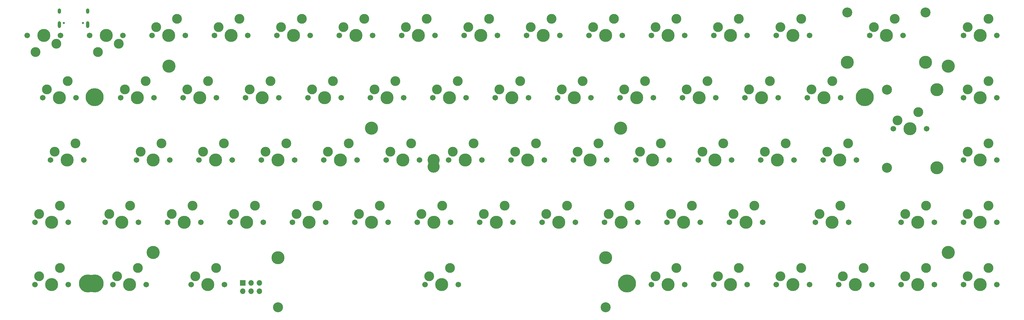
<source format=gts>
G04 #@! TF.GenerationSoftware,KiCad,Pcbnew,(6.0.10)*
G04 #@! TF.CreationDate,2023-02-16T19:15:59+01:00*
G04 #@! TF.ProjectId,kuro65,6b75726f-3635-42e6-9b69-6361645f7063,rev?*
G04 #@! TF.SameCoordinates,Original*
G04 #@! TF.FileFunction,Soldermask,Top*
G04 #@! TF.FilePolarity,Negative*
%FSLAX46Y46*%
G04 Gerber Fmt 4.6, Leading zero omitted, Abs format (unit mm)*
G04 Created by KiCad (PCBNEW (6.0.10)) date 2023-02-16 19:15:59*
%MOMM*%
%LPD*%
G01*
G04 APERTURE LIST*
%ADD10C,1.701800*%
%ADD11C,3.987800*%
%ADD12C,3.000000*%
%ADD13C,5.500000*%
%ADD14C,3.048000*%
%ADD15C,4.000000*%
%ADD16C,3.700000*%
%ADD17C,0.650000*%
%ADD18O,1.000000X2.100000*%
%ADD19O,1.000000X1.600000*%
%ADD20R,1.700000X1.700000*%
%ADD21O,1.700000X1.700000*%
G04 APERTURE END LIST*
D10*
X13080000Y-8600000D03*
D11*
X8000000Y-8600000D03*
D12*
X5460000Y-13680000D03*
X11810000Y-11140000D03*
D10*
X2920000Y-8600000D03*
X20223750Y-46700000D03*
D12*
X17683750Y-41620000D03*
D11*
X15143750Y-46700000D03*
D10*
X10063750Y-46700000D03*
D12*
X11333750Y-44160000D03*
X267715000Y-3520000D03*
X261365000Y-6060000D03*
D11*
X265175000Y-8600000D03*
D10*
X260095000Y-8600000D03*
X270255000Y-8600000D03*
X5301250Y-65750000D03*
D12*
X12921250Y-60670000D03*
X6571250Y-63210000D03*
D11*
X10381250Y-65750000D03*
D10*
X15461250Y-65750000D03*
X26732500Y-65750000D03*
D12*
X34352500Y-60670000D03*
D11*
X31812500Y-65750000D03*
D10*
X36892500Y-65750000D03*
D12*
X28002500Y-63210000D03*
X201040000Y-79720000D03*
D11*
X198500000Y-84800000D03*
D12*
X194690000Y-82260000D03*
D10*
X203580000Y-84800000D03*
X193420000Y-84800000D03*
X222630000Y-84800000D03*
X212470000Y-84800000D03*
D12*
X213740000Y-82260000D03*
D11*
X217550000Y-84800000D03*
D12*
X220090000Y-79720000D03*
D10*
X241680000Y-84800000D03*
X231520000Y-84800000D03*
D12*
X232790000Y-82260000D03*
D11*
X236600000Y-84800000D03*
D12*
X239140000Y-79720000D03*
X39115000Y-22570000D03*
D10*
X31495000Y-27650000D03*
D11*
X36575000Y-27650000D03*
D12*
X32765000Y-25110000D03*
D10*
X41655000Y-27650000D03*
X46417500Y-46700000D03*
D11*
X41337500Y-46700000D03*
D12*
X43877500Y-41620000D03*
X37527500Y-44160000D03*
D10*
X36257500Y-46700000D03*
D12*
X48640000Y-3520000D03*
D10*
X51180000Y-8600000D03*
X41020000Y-8600000D03*
D11*
X46100000Y-8600000D03*
D12*
X42290000Y-6060000D03*
D10*
X60705000Y-27650000D03*
X50545000Y-27650000D03*
D12*
X58165000Y-22570000D03*
X51815000Y-25110000D03*
D11*
X55625000Y-27650000D03*
D12*
X56577500Y-44160000D03*
X62927500Y-41620000D03*
D10*
X65467500Y-46700000D03*
D11*
X60387500Y-46700000D03*
D10*
X55307500Y-46700000D03*
D12*
X47052500Y-63210000D03*
X53402500Y-60670000D03*
D11*
X50862500Y-65750000D03*
D10*
X55942500Y-65750000D03*
X45782500Y-65750000D03*
X70230000Y-8600000D03*
D11*
X65150000Y-8600000D03*
D10*
X60070000Y-8600000D03*
D12*
X67690000Y-3520000D03*
X61340000Y-6060000D03*
X77215000Y-22570000D03*
D10*
X79755000Y-27650000D03*
X69595000Y-27650000D03*
D11*
X74675000Y-27650000D03*
D12*
X70865000Y-25110000D03*
X81977500Y-41620000D03*
D10*
X74357500Y-46700000D03*
D12*
X75627500Y-44160000D03*
D11*
X79437500Y-46700000D03*
D10*
X84517500Y-46700000D03*
D12*
X66102500Y-63210000D03*
D10*
X64832500Y-65750000D03*
D12*
X72452500Y-60670000D03*
D11*
X69912500Y-65750000D03*
D10*
X74992500Y-65750000D03*
D12*
X80390000Y-6060000D03*
D10*
X79120000Y-8600000D03*
D12*
X86740000Y-3520000D03*
D10*
X89280000Y-8600000D03*
D11*
X84200000Y-8600000D03*
X93725000Y-27650000D03*
D10*
X98805000Y-27650000D03*
D12*
X96265000Y-22570000D03*
X89915000Y-25110000D03*
D10*
X88645000Y-27650000D03*
D12*
X101027500Y-41620000D03*
D10*
X103567500Y-46700000D03*
X93407500Y-46700000D03*
D12*
X94677500Y-44160000D03*
D11*
X98487500Y-46700000D03*
D12*
X85152500Y-63210000D03*
D11*
X88962500Y-65750000D03*
D10*
X94042500Y-65750000D03*
X83882500Y-65750000D03*
D12*
X91502500Y-60670000D03*
D10*
X98170000Y-8600000D03*
D12*
X99440000Y-6060000D03*
D11*
X103250000Y-8600000D03*
D10*
X108330000Y-8600000D03*
D12*
X105790000Y-3520000D03*
X108965000Y-25110000D03*
D10*
X117855000Y-27650000D03*
D12*
X115315000Y-22570000D03*
D10*
X107695000Y-27650000D03*
D11*
X112775000Y-27650000D03*
D12*
X120077500Y-41620000D03*
X113727500Y-44160000D03*
D10*
X122617500Y-46700000D03*
D11*
X117537500Y-46700000D03*
D10*
X112457500Y-46700000D03*
D12*
X118490000Y-6060000D03*
X124840000Y-3520000D03*
D11*
X122300000Y-8600000D03*
D10*
X127380000Y-8600000D03*
X117220000Y-8600000D03*
X136905000Y-27650000D03*
D12*
X134365000Y-22570000D03*
X128015000Y-25110000D03*
D10*
X126745000Y-27650000D03*
D11*
X131825000Y-27650000D03*
D12*
X132777500Y-44160000D03*
X139127500Y-41620000D03*
D10*
X131507500Y-46700000D03*
X141667500Y-46700000D03*
D11*
X136587500Y-46700000D03*
X127062500Y-65750000D03*
D10*
X132142500Y-65750000D03*
D12*
X129602500Y-60670000D03*
D10*
X121982500Y-65750000D03*
D12*
X123252500Y-63210000D03*
D10*
X146430000Y-8600000D03*
D12*
X143890000Y-3520000D03*
D10*
X136270000Y-8600000D03*
D11*
X141350000Y-8600000D03*
D12*
X137540000Y-6060000D03*
D11*
X150875000Y-27650000D03*
D12*
X153415000Y-22570000D03*
D10*
X145795000Y-27650000D03*
X155955000Y-27650000D03*
D12*
X147065000Y-25110000D03*
D10*
X150557500Y-46700000D03*
X160717500Y-46700000D03*
D12*
X158177500Y-41620000D03*
X151827500Y-44160000D03*
D11*
X155637500Y-46700000D03*
X146112500Y-65750000D03*
D12*
X142302500Y-63210000D03*
D10*
X141032500Y-65750000D03*
D12*
X148652500Y-60670000D03*
D10*
X151192500Y-65750000D03*
D12*
X162940000Y-3520000D03*
D11*
X160400000Y-8600000D03*
D10*
X155320000Y-8600000D03*
D12*
X156590000Y-6060000D03*
D10*
X165480000Y-8600000D03*
D11*
X169925000Y-27650000D03*
D10*
X164845000Y-27650000D03*
D12*
X172465000Y-22570000D03*
X166115000Y-25110000D03*
D10*
X175005000Y-27650000D03*
D12*
X177227500Y-41620000D03*
D10*
X169607500Y-46700000D03*
D11*
X174687500Y-46700000D03*
D10*
X179767500Y-46700000D03*
D12*
X170877500Y-44160000D03*
X167702500Y-60670000D03*
D11*
X165162500Y-65750000D03*
D10*
X160082500Y-65750000D03*
X170242500Y-65750000D03*
D12*
X161352500Y-63210000D03*
D10*
X184530000Y-8600000D03*
D12*
X181990000Y-3520000D03*
D10*
X174370000Y-8600000D03*
D11*
X179450000Y-8600000D03*
D12*
X175640000Y-6060000D03*
D11*
X188975000Y-27650000D03*
D12*
X185165000Y-25110000D03*
X191515000Y-22570000D03*
D10*
X194055000Y-27650000D03*
X183895000Y-27650000D03*
D12*
X189927500Y-44160000D03*
D10*
X198817500Y-46700000D03*
X188657500Y-46700000D03*
D11*
X193737500Y-46700000D03*
D12*
X196277500Y-41620000D03*
X180402500Y-63210000D03*
D11*
X184212500Y-65750000D03*
D10*
X179132500Y-65750000D03*
D12*
X186752500Y-60670000D03*
D10*
X189292500Y-65750000D03*
D12*
X201040000Y-3520000D03*
D11*
X198500000Y-8600000D03*
D12*
X194690000Y-6060000D03*
D10*
X203580000Y-8600000D03*
X193420000Y-8600000D03*
D12*
X204215000Y-25110000D03*
D10*
X213105000Y-27650000D03*
X202945000Y-27650000D03*
D11*
X208025000Y-27650000D03*
D12*
X210565000Y-22570000D03*
D10*
X217867500Y-46700000D03*
X207707500Y-46700000D03*
D11*
X212787500Y-46700000D03*
D12*
X208977500Y-44160000D03*
X215327500Y-41620000D03*
D11*
X203262500Y-65750000D03*
D12*
X199452500Y-63210000D03*
X205802500Y-60670000D03*
D10*
X208342500Y-65750000D03*
X198182500Y-65750000D03*
D12*
X213740000Y-6060000D03*
D10*
X212470000Y-8600000D03*
D12*
X220090000Y-3520000D03*
D10*
X222630000Y-8600000D03*
D11*
X217550000Y-8600000D03*
X227075000Y-27650000D03*
D12*
X229615000Y-22570000D03*
D10*
X232155000Y-27650000D03*
X221995000Y-27650000D03*
D12*
X223265000Y-25110000D03*
X228027500Y-44160000D03*
D11*
X231837500Y-46700000D03*
D12*
X234377500Y-41620000D03*
D10*
X226757500Y-46700000D03*
X236917500Y-46700000D03*
D11*
X222312500Y-65750000D03*
D10*
X217232500Y-65750000D03*
X227392500Y-65750000D03*
D12*
X224852500Y-60670000D03*
X218502500Y-63210000D03*
X239140000Y-3520000D03*
D11*
X236600000Y-8600000D03*
D10*
X231520000Y-8600000D03*
X241680000Y-8600000D03*
D12*
X232790000Y-6060000D03*
D11*
X246125000Y-27650000D03*
D10*
X241045000Y-27650000D03*
D12*
X248665000Y-22570000D03*
X242315000Y-25110000D03*
D10*
X251205000Y-27650000D03*
X255967500Y-46700000D03*
D12*
X253427500Y-41620000D03*
X247077500Y-44160000D03*
D11*
X250887500Y-46700000D03*
D10*
X245807500Y-46700000D03*
D12*
X251840000Y-82260000D03*
D10*
X250570000Y-84800000D03*
D11*
X255650000Y-84800000D03*
D12*
X258190000Y-79720000D03*
D10*
X260730000Y-84800000D03*
D12*
X277240000Y-60670000D03*
D10*
X269620000Y-65750000D03*
X279780000Y-65750000D03*
D12*
X270890000Y-63210000D03*
D11*
X274700000Y-65750000D03*
D12*
X270890000Y-82260000D03*
X277240000Y-79720000D03*
D10*
X279780000Y-84800000D03*
X269620000Y-84800000D03*
D11*
X274700000Y-84800000D03*
X293750000Y-8600000D03*
D12*
X296290000Y-3520000D03*
X289940000Y-6060000D03*
D10*
X288670000Y-8600000D03*
X298830000Y-8600000D03*
D12*
X289940000Y-25110000D03*
D10*
X288670000Y-27650000D03*
D11*
X293750000Y-27650000D03*
D10*
X298830000Y-27650000D03*
D12*
X296290000Y-22570000D03*
D10*
X298830000Y-46700000D03*
X288670000Y-46700000D03*
D11*
X293750000Y-46700000D03*
D12*
X296290000Y-41620000D03*
X289940000Y-44160000D03*
D11*
X293750000Y-65750000D03*
D10*
X288670000Y-65750000D03*
X298830000Y-65750000D03*
D12*
X289940000Y-63210000D03*
X296290000Y-60670000D03*
X296290000Y-79720000D03*
X289940000Y-82260000D03*
D10*
X288670000Y-84800000D03*
X298830000Y-84800000D03*
D11*
X293750000Y-84800000D03*
D12*
X274858750Y-32095000D03*
D11*
X272318750Y-37175000D03*
D10*
X267238750Y-37175000D03*
X277398750Y-37175000D03*
D12*
X268508750Y-34635000D03*
X15302500Y-22570000D03*
D11*
X12762500Y-27650000D03*
D12*
X8952500Y-25110000D03*
D10*
X7682500Y-27650000D03*
X17842500Y-27650000D03*
D11*
X10381250Y-84800000D03*
D10*
X5301250Y-84800000D03*
D12*
X6571250Y-82260000D03*
X12921250Y-79720000D03*
D10*
X15461250Y-84800000D03*
D11*
X34193750Y-84800000D03*
D12*
X30383750Y-82260000D03*
D10*
X39273750Y-84800000D03*
X29113750Y-84800000D03*
D12*
X36733750Y-79720000D03*
X131983750Y-79720000D03*
D10*
X134523750Y-84800000D03*
X124363750Y-84800000D03*
D12*
X125633750Y-82260000D03*
D11*
X129443750Y-84800000D03*
D12*
X244696250Y-63210000D03*
D11*
X248506250Y-65750000D03*
D10*
X253586250Y-65750000D03*
D12*
X251046250Y-60670000D03*
D10*
X243426250Y-65750000D03*
D12*
X30860000Y-11140000D03*
D10*
X32130000Y-8600000D03*
D12*
X24510000Y-13680000D03*
D11*
X27050000Y-8600000D03*
D10*
X21970000Y-8600000D03*
D12*
X104202500Y-63210000D03*
X110552500Y-60670000D03*
D10*
X113092500Y-65750000D03*
X102932500Y-65750000D03*
D11*
X108012500Y-65750000D03*
D12*
X60546250Y-79720000D03*
D10*
X52926250Y-84800000D03*
D11*
X58006250Y-84800000D03*
D12*
X54196250Y-82260000D03*
D10*
X63086250Y-84800000D03*
D13*
X23500000Y-27500000D03*
D11*
X280543750Y-49113000D03*
D14*
X265333750Y-25237000D03*
D11*
X280543750Y-25237000D03*
D14*
X265333750Y-49113000D03*
D15*
X108000000Y-37000000D03*
D14*
X79443750Y-91785000D03*
D11*
X179443750Y-76575000D03*
D14*
X179443750Y-91785000D03*
D11*
X79443750Y-76575000D03*
D13*
X258500000Y-27500000D03*
D11*
X277113000Y-16825000D03*
D14*
X253237000Y-1615000D03*
X277113000Y-1615000D03*
D11*
X253237000Y-16825000D03*
D15*
X184000000Y-37000000D03*
D13*
X186000000Y-84500000D03*
X21500000Y-84500000D03*
D15*
X284000000Y-75000000D03*
D16*
X127000000Y-48700000D03*
D15*
X41350000Y-75000000D03*
X46150000Y-18000000D03*
D13*
X23500000Y-84500000D03*
D15*
X284000000Y-18000000D03*
D16*
X127000000Y-46700000D03*
D17*
X14140000Y-4780000D03*
X19920000Y-4780000D03*
D18*
X12710000Y-5310000D03*
D19*
X12710000Y-1130000D03*
D18*
X21350000Y-5310000D03*
D19*
X21350000Y-1130000D03*
D20*
X68675000Y-84325000D03*
D21*
X68675000Y-86865000D03*
X71215000Y-84325000D03*
X71215000Y-86865000D03*
X73755000Y-84325000D03*
X73755000Y-86865000D03*
M02*

</source>
